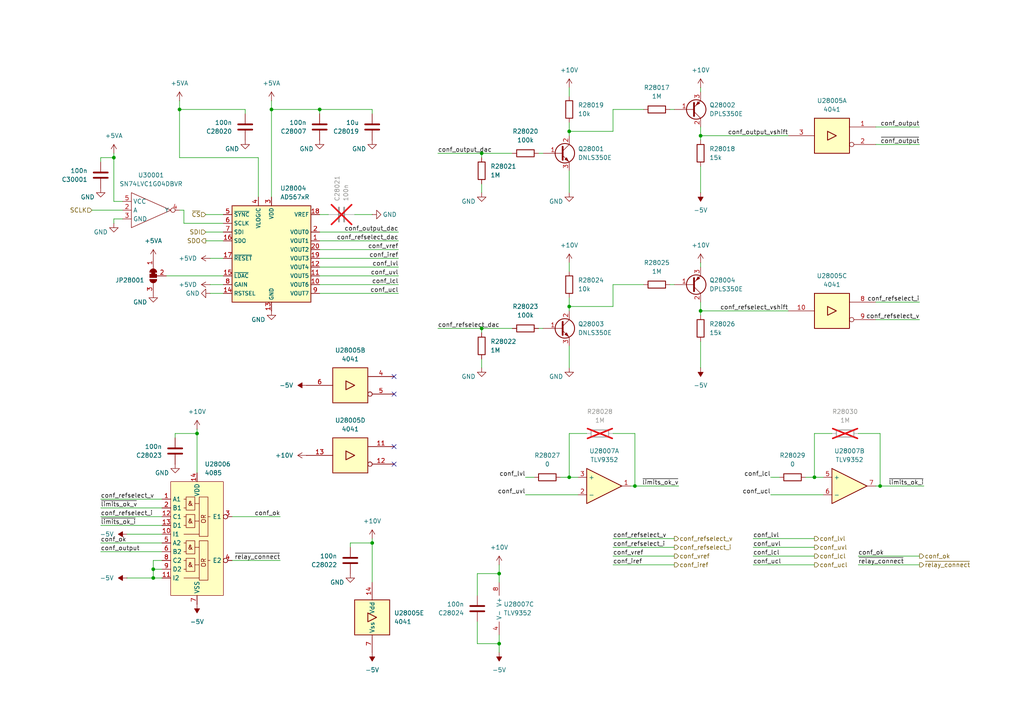
<source format=kicad_sch>
(kicad_sch (version 20231120) (generator "eeschema") (generator_version "8.0")
  (paper "A4")
  (title_block (title "Power Supply Sink") (date "2024-12-02") (rev "0.10.1") (company "Open Battery Tester") (comment 1 "Configuration"))
  (lib_symbols
    (symbol "Jumper:SolderJumper_3_Bridged12" (pin_names (offset 0) hide) (exclude_from_sim yes) (in_bom no)
      (property "Reference" "JP" (at -2.54 -2.54 0))
      (property "Value" "SolderJumper_3_Bridged12" (at 0 2.794 0))
      (symbol "SolderJumper_3_Bridged12_1_1"
        (pin passive line (at -5.08 0 0) (length 2.54) (name "A") (number "1"))
        (pin passive line (at 0 -3.81 90) (length 2.54) (name "C") (number "2"))
        (pin passive line (at 5.08 0 180) (length 2.54) (name "B") (number "3"))
      )
    )
    (symbol "power:+5VA" (power) (pin_numbers hide) (pin_names (offset 0) hide)
      (property "Value" "+5VA" (at 0 3.556 0))
      (symbol "+5VA_1_1"
        (pin power_in line (at 0 0 90) (length 0) (name "~") (number "1"))
      )
    )
    (symbol "power:+5VD" (power) (pin_numbers hide) (pin_names (offset 0) hide)
      (property "Value" "+5VD" (at 0 3.556 0))
      (symbol "+5VD_1_1"
        (pin power_in line (at 0 0 90) (length 0) (name "~") (number "1"))
      )
    )
    (symbol "pss:+10V" (power) (pin_numbers hide) (pin_names (offset 0) hide)
      (property "Value" "+10V" (at 0 3.556 0))
      (symbol "+10V_1_1"
        (pin power_in line (at 0 0 90) (length 0) (name "~") (number "1"))
      )
    )
    (symbol "pss:-5V" (power) (pin_numbers hide) (pin_names (offset 0) hide)
      (property "Value" "-5V" (at 0 3.556 0))
      (symbol "-5V_0_0"
        (pin power_in line (at 0 0 90) (length 0) (name "~") (number "1"))
      )
    )
    (symbol "pss:4041"
      (property "Reference" "U" (at 6.35 6.35 0))
      (property "Value" "4041" (at 6.35 -6.35 0))
      (symbol "4041_1_1"
        (pin output line (at 12.7 2.54 180) (length 7.62) (name "~") (number "1"))
        (pin output inverted (at 12.7 -2.54 180) (length 7.62) (name "~") (number "2"))
        (pin output line (at -12.7 0 0) (length 7.62) (name "~") (number "3"))
      )
      (symbol "4041_2_1"
        (pin output line (at 12.7 2.54 180) (length 7.62) (name "~") (number "4"))
        (pin output inverted (at 12.7 -2.54 180) (length 7.62) (name "~") (number "5"))
        (pin output line (at -12.7 0 0) (length 7.62) (name "~") (number "6"))
      )
      (symbol "4041_3_1"
        (pin output line (at -12.7 0 0) (length 7.62) (name "~") (number "10"))
        (pin output line (at 12.7 2.54 180) (length 7.62) (name "~") (number "8"))
        (pin output inverted (at 12.7 -2.54 180) (length 7.62) (name "~") (number "9"))
      )
      (symbol "4041_4_1"
        (pin output line (at 12.7 2.54 180) (length 7.62) (name "~") (number "11"))
        (pin output inverted (at 12.7 -2.54 180) (length 7.62) (name "~") (number "12"))
        (pin output line (at -12.7 0 0) (length 7.62) (name "~") (number "13"))
      )
      (symbol "4041_5_1"
        (pin power_in line (at 0 10.16 270) (length 5.08) (name "Vdd") (number "14"))
        (pin power_in line (at 0 -10.16 90) (length 5.08) (name "Vss") (number "7"))
      )
    )
    (symbol "pss:4085"
      (property "Reference" "U" (at 3.175 20.955 0))
      (property "Value" "4085" (at 5.08 18.415 0))
      (symbol "4085_0_0"
        (pin input line (at -10.16 11.43 0) (length 2.54) (name "A1") (number "1"))
        (pin input line (at -10.16 1.27 0) (length 2.54) (name "I1") (number "10"))
        (pin input line (at -10.16 -11.43 0) (length 2.54) (name "I2") (number "11"))
        (pin input line (at -10.16 6.35 0) (length 2.54) (name "C1") (number "12"))
        (pin input line (at -10.16 3.81 0) (length 2.54) (name "D1") (number "13"))
        (pin power_in line (at 0 19.05 270) (length 2.54) (name "VDD") (number "14"))
        (pin input line (at -10.16 8.89 0) (length 2.54) (name "B1") (number "2"))
        (pin output inverted (at 10.16 -6.35 180) (length 2.54) (name "E2") (number "4"))
        (pin input line (at -10.16 -1.27 0) (length 2.54) (name "A2") (number "5"))
        (pin input line (at -10.16 -3.81 0) (length 2.54) (name "B2") (number "6"))
        (pin power_in line (at 0 -19.05 90) (length 2.54) (name "VSS") (number "7"))
        (pin input line (at -10.16 -6.35 0) (length 2.54) (name "C2") (number "8"))
        (pin input line (at -10.16 -8.89 0) (length 2.54) (name "D2") (number "9"))
      )
      (symbol "4085_1_0"
        (pin output inverted (at 10.16 6.35 180) (length 2.54) (name "E1") (number "3"))
      )
      (symbol "4085_1_1"
        (text "&" (at -1.905 -7.62 0) (effects (font (size 1.27 1.27))))
        (text "&" (at -1.905 -2.54 0) (effects (font (size 1.27 1.27))))
        (text "&" (at -1.905 5.08 0) (effects (font (size 1.27 1.27))))
        (text "&" (at -1.905 10.16 0) (effects (font (size 1.27 1.27))))
        (text "OR" (at 1.905 -6.985 900) (effects (font (size 1.27 1.27))))
        (text "OR" (at 1.905 5.715 900) (effects (font (size 1.27 1.27))))
      )
    )
    (symbol "pss:AD567xR"
      (property "Reference" "U" (at 2.54 19.05 0))
      (property "Value" "AD567xR" (at 2.54 16.51 0))
      (symbol "AD567xR_1_0"
        (pin input line (at -13.97 -1.27 0) (length 2.54) (name "~{RESET}") (number "17"))
        (pin bidirectional line (at 13.97 11.43 180) (length 2.54) (name "VREF") (number "18"))
        (pin output line (at 13.97 -1.27 180) (length 2.54) (name "VOUT3") (number "19"))
        (pin output line (at 13.97 1.27 180) (length 2.54) (name "VOUT2") (number "20"))
      )
      (symbol "AD567xR_1_1"
        (pin output line (at 13.97 3.81 180) (length 2.54) (name "VOUT1") (number "1"))
        (pin output line (at 13.97 -8.89 180) (length 2.54) (name "VOUT6") (number "10"))
        (pin output line (at 13.97 -6.35 180) (length 2.54) (name "VOUT5") (number "11"))
        (pin output line (at 13.97 -3.81 180) (length 2.54) (name "VOUT4") (number "12"))
        (pin power_in line (at 0 -16.51 90) (length 2.54) (name "GND") (number "13"))
        (pin input line (at -13.97 -11.43 0) (length 2.54) (name "RSTSEL") (number "14"))
        (pin input line (at -13.97 -6.35 0) (length 2.54) (name "~{LDAC}") (number "15"))
        (pin output line (at -13.97 3.81 0) (length 2.54) (name "SDO") (number "16"))
        (pin output line (at 13.97 6.35 180) (length 2.54) (name "VOUT0") (number "2"))
        (pin power_in line (at 0 16.51 270) (length 2.54) (name "VDD") (number "3"))
        (pin power_in line (at -3.81 16.51 270) (length 2.54) (name "VLOGIC") (number "4"))
        (pin input line (at -13.97 11.43 0) (length 2.54) (name "~{SYNC}") (number "5"))
        (pin input line (at -13.97 8.89 0) (length 2.54) (name "SCLK") (number "6"))
        (pin input line (at -13.97 6.35 0) (length 2.54) (name "SDI") (number "7"))
        (pin input line (at -13.97 -8.89 0) (length 2.54) (name "GAIN") (number "8"))
        (pin output line (at 13.97 -11.43 180) (length 2.54) (name "VOUT7") (number "9"))
      )
    )
    (symbol "pss:C" (pin_numbers hide) (pin_names (offset 0.254))
      (property "Reference" "C" (at 0.635 2.54 0))
      (property "Value" "C" (at 0.635 -2.54 0))
      (symbol "C_1_1"
        (pin passive line (at 0 3.81 270) (length 2.794) (name "~") (number "1"))
        (pin passive line (at 0 -3.81 90) (length 2.794) (name "~") (number "2"))
      )
    )
    (symbol "pss:GND" (power) (pin_numbers hide) (pin_names (offset 0) hide)
      (property "Value" "GND" (at 0 -3.81 0))
      (symbol "GND_1_1"
        (pin power_in line (at 0 0 270) (length 0) (name "~") (number "1"))
      )
    )
    (symbol "pss:Opamp_Dual"
      (property "Reference" "U" (at 0 5.08 0))
      (property "Value" "Opamp_Dual" (at 0 -5.08 0))
      (symbol "Opamp_Dual_1_1"
        (pin output line (at 7.62 0 180) (length 2.54) (name "~") (number "1"))
        (pin input line (at -7.62 -2.54 0) (length 2.54) (name "-") (number "2"))
        (pin input line (at -7.62 2.54 0) (length 2.54) (name "+") (number "3"))
      )
      (symbol "Opamp_Dual_2_1"
        (pin input line (at -7.62 2.54 0) (length 2.54) (name "+") (number "5"))
        (pin input line (at -7.62 -2.54 0) (length 2.54) (name "-") (number "6"))
        (pin output line (at 7.62 0 180) (length 2.54) (name "~") (number "7"))
      )
      (symbol "Opamp_Dual_3_1"
        (pin power_in line (at -2.54 -7.62 90) (length 3.81) (name "V-") (number "4"))
        (pin power_in line (at -2.54 7.62 270) (length 3.81) (name "V+") (number "8"))
      )
    )
    (symbol "pss:Q_NPN_BCE" (pin_names (offset 0) hide)
      (property "Reference" "Q" (at 5.08 1.27 0))
      (property "Value" "Q_NPN_BCE" (at 5.08 -1.27 0))
      (symbol "Q_NPN_BCE_1_1"
        (pin input line (at -5.08 0 0) (length 5.715) (name "B") (number "1"))
        (pin passive line (at 2.54 5.08 270) (length 2.54) (name "C") (number "2"))
        (pin passive line (at 2.54 -5.08 90) (length 2.54) (name "E") (number "3"))
      )
    )
    (symbol "pss:Q_PNP_BCE" (pin_names (offset 0) hide)
      (property "Reference" "Q" (at 5.08 1.27 0))
      (property "Value" "Q_PNP_BCE" (at 5.08 -1.27 0))
      (symbol "Q_PNP_BCE_1_1"
        (pin input line (at -5.08 0 0) (length 5.715) (name "B") (number "1"))
        (pin passive line (at 2.54 5.08 270) (length 2.54) (name "C") (number "2"))
        (pin passive line (at 2.54 -5.08 90) (length 2.54) (name "E") (number "3"))
      )
    )
    (symbol "pss:R" (pin_numbers hide) (pin_names (offset 0))
      (property "Reference" "R" (at 2.032 0 90))
      (property "Value" "R" (at 0 0 90))
      (symbol "R_1_1"
        (pin passive line (at 0 3.81 270) (length 1.27) (name "~") (number "1"))
        (pin passive line (at 0 -3.81 90) (length 1.27) (name "~") (number "2"))
      )
    )
    (symbol "pss:SN74LVC1G04DBVR"
      (property "Reference" "U" (at 0 5.08 0))
      (property "Value" "SN74LVC1G04DBVR" (at 0 -7.62 0))
      (symbol "SN74LVC1G04DBVR_0_0"
        (pin no_connect non_logic (at 2.54 0 180) (length 2.54) hide (name "NC") (number "1"))
        (pin input line (at -7.62 0 0) (length 2.54) (name "A") (number "2"))
        (pin power_in line (at -7.62 -2.54 0) (length 2.54) (name "GND") (number "3"))
        (pin output inverted (at 8.89 0 180) (length 2.54) (name "Y") (number "4"))
        (pin power_in line (at -7.62 2.54 0) (length 2.54) (name "VCC") (number "5"))
      )
    )
  )
  (junction (at 139.7 95.25))
  (junction (at 139.7 44.45))
  (junction (at 44.45 165.1))
  (junction (at 78.74 31.75))
  (junction (at 255.27 140.97))
  (junction (at 165.1 88.9))
  (junction (at 92.71 31.75))
  (junction (at 107.95 157.48))
  (junction (at 44.45 167.64))
  (junction (at 203.2 39.37))
  (junction (at 203.2 90.17))
  (junction (at 33.02 45.72))
  (junction (at 236.22 138.43))
  (junction (at 57.15 125.73))
  (junction (at 144.78 166.37))
  (junction (at 144.78 186.69))
  (junction (at 165.1 138.43))
  (junction (at 52.07 31.75))
  (junction (at 165.1 38.1))
  (junction (at 184.15 140.97))
  (no_connect (at 114.3 129.54))
  (no_connect (at 114.3 114.3))
  (no_connect (at 114.3 109.22))
  (no_connect (at 114.3 134.62))
  (wire (pts (xy 33.02 64.77) (xy 33.02 63.5)))
  (wire (pts (xy 138.43 186.69) (xy 144.78 186.69)))
  (wire (pts (xy 165.1 138.43) (xy 167.64 138.43)))
  (wire (pts (xy 203.2 90.17) (xy 203.2 91.44)))
  (wire (pts (xy 139.7 96.52) (xy 139.7 95.25)))
  (wire (pts (xy 195.58 161.29) (xy 177.8 161.29)))
  (wire (pts (xy 165.1 38.1) (xy 165.1 39.37)))
  (wire (pts (xy 52.07 31.75) (xy 52.07 29.21)))
  (wire (pts (xy 182.88 140.97) (xy 184.15 140.97)))
  (wire (pts (xy 60.96 82.55) (xy 64.77 82.55)))
  (wire (pts (xy 165.1 25.4) (xy 165.1 27.94)))
  (wire (pts (xy 195.58 82.55) (xy 194.31 82.55)))
  (wire (pts (xy 195.58 156.21) (xy 177.8 156.21)))
  (wire (pts (xy 241.3 125.73) (xy 236.22 125.73)))
  (wire (pts (xy 236.22 138.43) (xy 238.76 138.43)))
  (wire (pts (xy 29.21 45.72) (xy 33.02 45.72)))
  (wire (pts (xy 156.21 95.25) (xy 157.48 95.25)))
  (wire (pts (xy 78.74 29.21) (xy 78.74 31.75)))
  (wire (pts (xy 78.74 31.75) (xy 78.74 57.15)))
  (wire (pts (xy 29.21 152.4) (xy 46.99 152.4)))
  (wire (pts (xy 203.2 87.63) (xy 203.2 90.17)))
  (wire (pts (xy 67.31 162.56) (xy 81.28 162.56)))
  (wire (pts (xy 46.99 162.56) (xy 44.45 162.56)))
  (wire (pts (xy 92.71 85.09) (xy 115.57 85.09)))
  (wire (pts (xy 203.2 36.83) (xy 203.2 39.37)))
  (wire (pts (xy 92.71 74.93) (xy 115.57 74.93)))
  (wire (pts (xy 152.4 143.51) (xy 167.64 143.51)))
  (wire (pts (xy 203.2 39.37) (xy 228.6 39.37)))
  (wire (pts (xy 139.7 106.68) (xy 139.7 104.14)))
  (wire (pts (xy 203.2 76.2) (xy 203.2 77.47)))
  (wire (pts (xy 165.1 76.2) (xy 165.1 78.74)))
  (wire (pts (xy 92.71 31.75) (xy 92.71 33.02)))
  (wire (pts (xy 127 95.25) (xy 139.7 95.25)))
  (wire (pts (xy 165.1 125.73) (xy 165.1 138.43)))
  (wire (pts (xy 36.83 167.64) (xy 44.45 167.64)))
  (wire (pts (xy 138.43 166.37) (xy 144.78 166.37)))
  (wire (pts (xy 44.45 165.1) (xy 46.99 165.1)))
  (wire (pts (xy 92.71 62.23) (xy 95.25 62.23)))
  (wire (pts (xy 26.67 60.96) (xy 35.56 60.96)))
  (wire (pts (xy 139.7 45.72) (xy 139.7 44.45)))
  (wire (pts (xy 156.21 44.45) (xy 157.48 44.45)))
  (wire (pts (xy 165.1 49.53) (xy 165.1 55.88)))
  (wire (pts (xy 36.83 154.94) (xy 46.99 154.94)))
  (wire (pts (xy 266.7 41.91) (xy 254 41.91)))
  (wire (pts (xy 33.02 63.5) (xy 35.56 63.5)))
  (wire (pts (xy 177.8 38.1) (xy 165.1 38.1)))
  (wire (pts (xy 127 44.45) (xy 139.7 44.45)))
  (wire (pts (xy 139.7 55.88) (xy 139.7 53.34)))
  (wire (pts (xy 184.15 125.73) (xy 184.15 140.97)))
  (wire (pts (xy 29.21 157.48) (xy 46.99 157.48)))
  (wire (pts (xy 102.87 62.23) (xy 107.95 62.23)))
  (wire (pts (xy 170.18 125.73) (xy 165.1 125.73)))
  (wire (pts (xy 92.71 77.47) (xy 115.57 77.47)))
  (wire (pts (xy 44.45 162.56) (xy 44.45 165.1)))
  (wire (pts (xy 195.58 158.75) (xy 177.8 158.75)))
  (wire (pts (xy 107.95 156.21) (xy 107.95 157.48)))
  (wire (pts (xy 203.2 39.37) (xy 203.2 40.64)))
  (wire (pts (xy 44.45 167.64) (xy 46.99 167.64)))
  (wire (pts (xy 255.27 125.73) (xy 255.27 140.97)))
  (wire (pts (xy 236.22 158.75) (xy 218.44 158.75)))
  (wire (pts (xy 177.8 31.75) (xy 177.8 38.1)))
  (wire (pts (xy 78.74 31.75) (xy 92.71 31.75)))
  (wire (pts (xy 107.95 168.91) (xy 107.95 157.48)))
  (wire (pts (xy 195.58 163.83) (xy 177.8 163.83)))
  (wire (pts (xy 67.31 149.86) (xy 81.28 149.86)))
  (wire (pts (xy 59.69 62.23) (xy 64.77 62.23)))
  (wire (pts (xy 255.27 140.97) (xy 267.97 140.97)))
  (wire (pts (xy 107.95 157.48) (xy 101.6 157.48)))
  (wire (pts (xy 186.69 31.75) (xy 177.8 31.75)))
  (wire (pts (xy 101.6 157.48) (xy 101.6 158.75)))
  (wire (pts (xy 107.95 33.02) (xy 107.95 31.75)))
  (wire (pts (xy 152.4 138.43) (xy 154.94 138.43)))
  (wire (pts (xy 138.43 180.34) (xy 138.43 186.69)))
  (wire (pts (xy 57.15 125.73) (xy 57.15 137.16)))
  (wire (pts (xy 144.78 186.69) (xy 144.78 189.23)))
  (wire (pts (xy 138.43 172.72) (xy 138.43 166.37)))
  (wire (pts (xy 266.7 163.83) (xy 248.92 163.83)))
  (wire (pts (xy 144.78 166.37) (xy 144.78 168.91)))
  (wire (pts (xy 266.7 161.29) (xy 248.92 161.29)))
  (wire (pts (xy 33.02 58.42) (xy 35.56 58.42)))
  (wire (pts (xy 203.2 48.26) (xy 203.2 55.88)))
  (wire (pts (xy 92.71 31.75) (xy 107.95 31.75)))
  (wire (pts (xy 48.26 80.01) (xy 64.77 80.01)))
  (wire (pts (xy 177.8 125.73) (xy 184.15 125.73)))
  (wire (pts (xy 50.8 125.73) (xy 50.8 127)))
  (wire (pts (xy 162.56 138.43) (xy 165.1 138.43)))
  (wire (pts (xy 165.1 88.9) (xy 165.1 90.17)))
  (wire (pts (xy 266.7 92.71) (xy 254 92.71)))
  (wire (pts (xy 33.02 45.72) (xy 33.02 58.42)))
  (wire (pts (xy 92.71 69.85) (xy 115.57 69.85)))
  (wire (pts (xy 29.21 144.78) (xy 46.99 144.78)))
  (wire (pts (xy 139.7 95.25) (xy 148.59 95.25)))
  (wire (pts (xy 165.1 35.56) (xy 165.1 38.1)))
  (wire (pts (xy 29.21 149.86) (xy 46.99 149.86)))
  (wire (pts (xy 184.15 140.97) (xy 196.85 140.97)))
  (wire (pts (xy 266.7 87.63) (xy 254 87.63)))
  (wire (pts (xy 29.21 147.32) (xy 46.99 147.32)))
  (wire (pts (xy 57.15 125.73) (xy 50.8 125.73)))
  (wire (pts (xy 203.2 90.17) (xy 228.6 90.17)))
  (wire (pts (xy 53.34 60.96) (xy 53.34 64.77)))
  (wire (pts (xy 71.12 33.02) (xy 71.12 31.75)))
  (wire (pts (xy 236.22 161.29) (xy 218.44 161.29)))
  (wire (pts (xy 144.78 184.15) (xy 144.78 186.69)))
  (wire (pts (xy 203.2 99.06) (xy 203.2 106.68)))
  (wire (pts (xy 52.07 31.75) (xy 71.12 31.75)))
  (wire (pts (xy 29.21 46.99) (xy 29.21 45.72)))
  (wire (pts (xy 60.96 74.93) (xy 64.77 74.93)))
  (wire (pts (xy 59.69 69.85) (xy 64.77 69.85)))
  (wire (pts (xy 165.1 86.36) (xy 165.1 88.9)))
  (wire (pts (xy 139.7 44.45) (xy 148.59 44.45)))
  (wire (pts (xy 266.7 36.83) (xy 254 36.83)))
  (wire (pts (xy 52.07 45.72) (xy 52.07 31.75)))
  (wire (pts (xy 64.77 85.09) (xy 60.96 85.09)))
  (wire (pts (xy 92.71 72.39) (xy 115.57 72.39)))
  (wire (pts (xy 254 140.97) (xy 255.27 140.97)))
  (wire (pts (xy 44.45 165.1) (xy 44.45 167.64)))
  (wire (pts (xy 236.22 156.21) (xy 218.44 156.21)))
  (wire (pts (xy 177.8 82.55) (xy 177.8 88.9)))
  (wire (pts (xy 144.78 163.83) (xy 144.78 166.37)))
  (wire (pts (xy 29.21 160.02) (xy 46.99 160.02)))
  (wire (pts (xy 92.71 67.31) (xy 115.57 67.31)))
  (wire (pts (xy 177.8 88.9) (xy 165.1 88.9)))
  (wire (pts (xy 248.92 125.73) (xy 255.27 125.73)))
  (wire (pts (xy 59.69 67.31) (xy 64.77 67.31)))
  (wire (pts (xy 223.52 138.43) (xy 226.06 138.43)))
  (wire (pts (xy 53.34 60.96) (xy 52.07 60.96)))
  (wire (pts (xy 92.71 80.01) (xy 115.57 80.01)))
  (wire (pts (xy 186.69 82.55) (xy 177.8 82.55)))
  (wire (pts (xy 203.2 25.4) (xy 203.2 26.67)))
  (wire (pts (xy 74.93 45.72) (xy 74.93 57.15)))
  (wire (pts (xy 195.58 31.75) (xy 194.31 31.75)))
  (wire (pts (xy 236.22 125.73) (xy 236.22 138.43)))
  (wire (pts (xy 57.15 124.46) (xy 57.15 125.73)))
  (wire (pts (xy 233.68 138.43) (xy 236.22 138.43)))
  (wire (pts (xy 33.02 44.45) (xy 33.02 45.72)))
  (wire (pts (xy 74.93 45.72) (xy 52.07 45.72)))
  (wire (pts (xy 92.71 82.55) (xy 115.57 82.55)))
  (wire (pts (xy 223.52 143.51) (xy 238.76 143.51)))
  (wire (pts (xy 53.34 64.77) (xy 64.77 64.77)))
  (wire (pts (xy 236.22 163.83) (xy 218.44 163.83)))
  (wire (pts (xy 165.1 100.33) (xy 165.1 106.68)))
  (label "conf_refselect_dac" (at 115.57 69.85 180))
  (label "conf_iref" (at 115.57 74.93 180))
  (label "conf_lvl" (at 152.4 138.43 180))
  (label "~{limits_ok_v}" (at 196.85 140.97 180))
  (label "conf_lcl" (at 115.57 82.55 180))
  (label "conf_refselect_i" (at 266.7 87.63 180))
  (label "conf_output_vshift" (at 228.6 39.37 180))
  (label "conf_ucl" (at 218.44 163.83 0))
  (label "conf_output" (at 266.7 36.83 180))
  (label "conf_uvl" (at 152.4 143.51 180))
  (label "~{limits_ok_i}" (at 29.21 152.4 0))
  (label "conf_uvl" (at 115.57 80.01 180))
  (label "conf_ok" (at 29.21 157.48 0))
  (label "conf_ok" (at 248.92 161.29 0))
  (label "~{relay_connect}" (at 248.92 163.83 0))
  (label "conf_ucl" (at 223.52 143.51 180))
  (label "conf_lcl" (at 223.52 138.43 180))
  (label "conf_output" (at 29.21 160.02 0))
  (label "conf_refselect_vshift" (at 228.6 90.17 180))
  (label "conf_lvl" (at 218.44 156.21 0))
  (label "conf_refselect_v" (at 177.8 156.21 0))
  (label "conf_uvl" (at 218.44 158.75 0))
  (label "~{limits_ok_v}" (at 29.21 147.32 0))
  (label "conf_output_dac" (at 115.57 67.31 180))
  (label "conf_ok" (at 81.28 149.86 180))
  (label "conf_iref" (at 177.8 163.83 0))
  (label "conf_vref" (at 177.8 161.29 0))
  (label "~{relay_connect}" (at 81.28 162.56 180))
  (label "conf_lvl" (at 115.57 77.47 180))
  (label "conf_refselect_v" (at 29.21 144.78 0))
  (label "conf_vref" (at 115.57 72.39 180))
  (label "conf_refselect_i" (at 29.21 149.86 0))
  (label "~{conf_output}" (at 266.7 41.91 180))
  (label "conf_ucl" (at 115.57 85.09 180))
  (label "conf_output_dac" (at 127 44.45 0))
  (label "~{limits_ok_i}" (at 267.97 140.97 180))
  (label "conf_lcl" (at 218.44 161.29 0))
  (label "conf_refselect_v" (at 266.7 92.71 180))
  (label "conf_refselect_dac" (at 127 95.25 0))
  (label "conf_refselect_i" (at 177.8 158.75 0))
  (hierarchical_label "~{relay_connect}" (shape output) (at 266.7 163.83 0))
  (hierarchical_label "SDO" (shape output) (at 59.69 69.85 180))
  (hierarchical_label "conf_iref" (shape output) (at 195.58 163.83 0))
  (hierarchical_label "conf_ucl" (shape output) (at 236.22 163.83 0))
  (hierarchical_label "~{CS}" (shape input) (at 59.69 62.23 180))
  (hierarchical_label "conf_uvl" (shape output) (at 236.22 158.75 0))
  (hierarchical_label "conf_lcl" (shape output) (at 236.22 161.29 0))
  (hierarchical_label "SCLK" (shape input) (at 26.67 60.96 180))
  (hierarchical_label "SDI" (shape input) (at 59.69 67.31 180))
  (hierarchical_label "conf_lvl" (shape output) (at 236.22 156.21 0))
  (hierarchical_label "conf_refselect_v" (shape output) (at 195.58 156.21 0))
  (hierarchical_label "conf_vref" (shape output) (at 195.58 161.29 0))
  (hierarchical_label "conf_ok" (shape output) (at 266.7 161.29 0))
  (hierarchical_label "conf_refselect_i" (shape output) (at 195.58 158.75 0))
  (symbol (lib_id "pss:SN74LVC1G04DBVR") (at 43.18 60.96 0) (unit 1)
    (property "Reference" "U30001" (at 43.815 50.8 0))
    (property "Value" "SN74LVC1G04DBVR" (at 43.815 53.34 0))
    (property "Footprint" "Package_TO_SOT_SMD:SOT-23-5_HandSoldering" (effects (hide yes)))
    (property "Datasheet" "https://www.ti.com/lit/ds/symlink/sn74lvc1g04.pdf" (effects (hide yes)))
    (property "Description" "Inverter" (effects (hide yes)))
    (property "MPN" "SN74LVC1G04DBVR" (effects (hide yes)))
    (property "VPN" "595-SN74LVC1G04DBVR" (effects (hide yes)))
  )
  (symbol (lib_id "power:+5VA") (at 33.02 44.45 0) (unit 1)
    (property "Reference" "#PWR030001" (effects (hide yes)))
    (property "Value" "+5VA" (at 33.02 39.37 0))
    (property "Description" "Power symbol creates a global label with name \"+5VA\"" (effects (hide yes)))
  )
  (symbol (lib_id "pss:GND") (at 92.71 40.64 0) (unit 1)
    (property "Reference" "#PWR028032" (effects (hide yes)))
    (property "Value" "GND" (at 88.9 43.18 0))
    (property "Description" "Power symbol creates a global label with name \"GND\" , ground" (effects (hide yes)))
  )
  (symbol (lib_id "pss:Q_NPN_BCE") (at 162.56 44.45 0) (unit 1)
    (property "Reference" "Q28001" (at 167.64 43.1799 0) (effects (justify left)))
    (property "Value" "DNLS350E" (at 167.64 45.7199 0) (effects (justify left)))
    (property "Footprint" "Package_TO_SOT_SMD:SOT-223-3_TabPin2" (effects (hide yes)))
    (property "Datasheet" "https://www.diodes.com/assets/Datasheets/ds31231.pdf" (effects (hide yes)))
    (property "Description" "NPN transistor, base/collector/emitter" (effects (hide yes)))
    (property "MPN" "DNLS350E-13" (effects (hide yes)))
    (property "VPN" "621-DNLS350E-13" (effects (hide yes)))
  )
  (symbol (lib_id "pss:4041") (at 107.95 179.07 0) (unit 5)
    (property "Reference" "U28005" (at 114.3 177.7999 0) (effects (justify left)))
    (property "Value" "4041" (at 114.3 180.3399 0) (effects (justify left)))
    (property "Footprint" "Package_SO:SOIC-14_3.9x8.7mm_P1.27mm" (effects (hide yes)))
    (property "Datasheet" "https://www.ti.com/lit/ds/symlink/cd4041ub.pdf" (effects (hide yes)))
    (property "MPN" "CD4041UBM96" (effects (hide yes)))
    (property "VPN" "595-CD4041UBM96" (effects (hide yes)))
  )
  (symbol (lib_id "pss:-5V") (at 144.78 189.23 180) (unit 1)
    (property "Reference" "#PWR028062" (effects (hide yes)))
    (property "Value" "-5V" (at 144.78 194.31 0))
    (property "Description" "Power symbol creates a global label with name \"-5V\"" (effects (hide yes)))
  )
  (symbol (lib_id "pss:-5V") (at 88.9 111.76 90) (unit 1)
    (property "Reference" "#PWR028056" (effects (hide yes)))
    (property "Value" "-5V" (at 85.09 111.7599 90) (effects (justify left)))
    (property "Description" "Power symbol creates a global label with name \"-5V\"" (effects (hide yes)))
  )
  (symbol (lib_id "pss:GND") (at 101.6 166.37 0) (unit 1)
    (property "Reference" "#PWR028042" (effects (hide yes)))
    (property "Value" "GND" (at 97.79 168.91 0))
    (property "Description" "Power symbol creates a global label with name \"GND\" , ground" (effects (hide yes)))
  )
  (symbol (lib_id "pss:C") (at 107.95 36.83 180) (unit 1)
    (property "Reference" "C28019" (at 104.14 38.1001 0) (effects (justify left)))
    (property "Value" "10u" (at 104.14 35.5601 0) (effects (justify left)))
    (property "Footprint" "Capacitor_SMD:C_1210_3225Metric_Pad1.33x2.70mm_HandSolder" (effects (hide yes)))
    (property "Datasheet" "https://www.mouser.de/datasheet/2/447/KEM_C1002_X7R_SMD-3316098.pdf" (effects (hide yes)))
    (property "Description" "Unpolarized capacitor" (effects (hide yes)))
    (property "MPN" "C1210C106K3RACTU" (effects (hide yes)))
    (property "VPN" "80-C1210C106K3R" (effects (hide yes)))
  )
  (symbol (lib_id "pss:R") (at 173.99 125.73 90) (unit 1) (in_bom no) (dnp yes)
    (property "Reference" "R28028" (at 173.99 119.38 90))
    (property "Value" "1M" (at 173.99 121.92 90))
    (property "Footprint" "Resistor_SMD:R_1210_3225Metric_Pad1.30x2.65mm_HandSolder" (effects (hide yes)))
    (property "Datasheet" "https://www.mouser.de/datasheet/2/447/YAGEO_PYu_RC_Group_51_RoHS_L_12-3313492.pdf" (effects (hide yes)))
    (property "Description" "Resistor" (effects (hide yes)))
    (property "MPN" "RC1210FR-071ML" (effects (hide yes)))
    (property "VPN" "603-RC1210FR-071ML" (effects (hide yes)))
  )
  (symbol (lib_id "pss:C") (at 50.8 130.81 180) (unit 1)
    (property "Reference" "C28023" (at 46.99 132.0801 0) (effects (justify left)))
    (property "Value" "100n" (at 46.99 129.5401 0) (effects (justify left)))
    (property "Footprint" "Capacitor_SMD:C_0805_2012Metric_Pad1.18x1.45mm_HandSolder" (effects (hide yes)))
    (property "Datasheet" "https://www.mouser.de/datasheet/2/447/KEM_C1002_X7R_SMD-3316098.pdf" (effects (hide yes)))
    (property "Description" "Unpolarized capacitor" (effects (hide yes)))
    (property "MPN" "C0805C104K3RACTU" (effects (hide yes)))
    (property "VPN" "80-C0805C104K3R" (effects (hide yes)))
  )
  (symbol (lib_id "power:+5VA") (at 44.45 74.93 0) (unit 1)
    (property "Reference" "#PWR028036" (effects (hide yes)))
    (property "Value" "+5VA" (at 44.45 69.85 0))
    (property "Description" "Power symbol creates a global label with name \"+5VA\"" (effects (hide yes)))
  )
  (symbol (lib_id "pss:R") (at 190.5 82.55 90) (unit 1)
    (property "Reference" "R28025" (at 190.5 76.2 90))
    (property "Value" "1M" (at 190.5 78.74 90))
    (property "Footprint" "Resistor_SMD:R_1210_3225Metric_Pad1.30x2.65mm_HandSolder" (effects (hide yes)))
    (property "Datasheet" "https://www.mouser.de/datasheet/2/447/YAGEO_PYu_RC_Group_51_RoHS_L_12-3313492.pdf" (effects (hide yes)))
    (property "Description" "Resistor" (effects (hide yes)))
    (property "MPN" "RC1210FR-071ML" (effects (hide yes)))
    (property "VPN" "603-RC1210FR-071ML" (effects (hide yes)))
  )
  (symbol (lib_id "pss:GND") (at 29.21 54.61 0) (unit 1)
    (property "Reference" "#PWR030003" (effects (hide yes)))
    (property "Value" "GND" (at 25.4 57.15 0))
    (property "Description" "Power symbol creates a global label with name \"GND\" , ground" (effects (hide yes)))
  )
  (symbol (lib_id "pss:4041") (at 101.6 132.08 0) (unit 4)
    (property "Reference" "U28005" (at 101.6 121.92 0))
    (property "Value" "4041" (at 101.6 124.46 0))
    (property "Footprint" "Package_SO:SOIC-14_3.9x8.7mm_P1.27mm" (effects (hide yes)))
    (property "Datasheet" "https://www.ti.com/lit/ds/symlink/cd4041ub.pdf" (effects (hide yes)))
    (property "MPN" "CD4041UBM96" (effects (hide yes)))
    (property "VPN" "595-CD4041UBM96" (effects (hide yes)))
  )
  (symbol (lib_id "pss:GND") (at 44.45 85.09 0) (unit 1)
    (property "Reference" "#PWR028038" (effects (hide yes)))
    (property "Value" "GND" (at 40.64 87.63 0))
    (property "Description" "Power symbol creates a global label with name \"GND\" , ground" (effects (hide yes)))
  )
  (symbol (lib_id "pss:Opamp_Dual") (at 147.32 176.53 0) (unit 3)
    (property "Reference" "U28007" (at 146.05 175.2599 0) (effects (justify left)))
    (property "Value" "TLV9352" (at 146.05 177.7999 0) (effects (justify left)))
    (property "Footprint" "Package_SO:SOIC-8_3.9x4.9mm_P1.27mm" (effects (hide yes)))
    (property "Datasheet" "https://www.ti.com/lit/ds/symlink/tlv9352.pdf" (effects (hide yes)))
    (property "Description" "Dual operational amplifier" (effects (hide yes)))
    (property "Sim.Library" "${KICAD7_SYMBOL_DIR}/Simulation_SPICE.sp" (effects (hide yes)))
    (property "Sim.Name" "kicad_builtin_opamp_dual" (effects (hide yes)))
    (property "Sim.Device" "SUBCKT" (effects (hide yes)))
    (property "Sim.Pins" "1=out1 2=in1- 3=in1+ 4=vee 5=in2+ 6=in2- 7=out2 8=vcc" (effects (hide yes)))
    (property "MPN" "TLV9352IDR" (effects (hide yes)))
    (property "VPN" "595-TLV9352IDR" (effects (hide yes)))
  )
  (symbol (lib_id "pss:C") (at 71.12 36.83 180) (unit 1)
    (property "Reference" "C28020" (at 67.31 38.1001 0) (effects (justify left)))
    (property "Value" "100n" (at 67.31 35.5601 0) (effects (justify left)))
    (property "Footprint" "Capacitor_SMD:C_0805_2012Metric_Pad1.18x1.45mm_HandSolder" (effects (hide yes)))
    (property "Datasheet" "https://www.mouser.de/datasheet/2/447/KEM_C1002_X7R_SMD-3316098.pdf" (effects (hide yes)))
    (property "Description" "Unpolarized capacitor" (effects (hide yes)))
    (property "MPN" "C0805C104K3RACTU" (effects (hide yes)))
    (property "VPN" "80-C0805C104K3R" (effects (hide yes)))
  )
  (symbol (lib_id "pss:GND") (at 107.95 62.23 90) (unit 1)
    (property "Reference" "#PWR028039" (effects (hide yes)))
    (property "Value" "GND" (at 113.03 62.23 90))
    (property "Description" "Power symbol creates a global label with name \"GND\" , ground" (effects (hide yes)))
  )
  (symbol (lib_id "pss:R") (at 152.4 44.45 90) (unit 1)
    (property "Reference" "R28020" (at 152.4 38.1 90))
    (property "Value" "100k" (at 152.4 40.64 90))
    (property "Footprint" "Resistor_SMD:R_1210_3225Metric_Pad1.30x2.65mm_HandSolder" (effects (hide yes)))
    (property "Datasheet" "https://www.mouser.de/datasheet/2/447/YAGEO_PYu_RC_Group_51_RoHS_L_12-3313492.pdf" (effects (hide yes)))
    (property "Description" "Resistor" (effects (hide yes)))
    (property "MPN" "RC1210FR-07100KL" (effects (hide yes)))
    (property "VPN" "603-RC1210FR-07100KL" (effects (hide yes)))
  )
  (symbol (lib_id "pss:GND") (at 107.95 40.64 0) (unit 1)
    (property "Reference" "#PWR028033" (effects (hide yes)))
    (property "Value" "GND" (at 104.14 43.18 0))
    (property "Description" "Power symbol creates a global label with name \"GND\" , ground" (effects (hide yes)))
  )
  (symbol (lib_id "pss:4041") (at 241.3 39.37 0) (unit 1)
    (property "Reference" "U28005" (at 241.3 29.21 0))
    (property "Value" "4041" (at 241.3 31.75 0))
    (property "Footprint" "Package_SO:SOIC-14_3.9x8.7mm_P1.27mm" (effects (hide yes)))
    (property "Datasheet" "https://www.ti.com/lit/ds/symlink/cd4041ub.pdf" (effects (hide yes)))
    (property "MPN" "CD4041UBM96" (effects (hide yes)))
    (property "VPN" "595-CD4041UBM96" (effects (hide yes)))
  )
  (symbol (lib_id "pss:-5V") (at 107.95 189.23 180) (unit 1)
    (property "Reference" "#PWR028054" (effects (hide yes)))
    (property "Value" "-5V" (at 107.95 194.31 0))
    (property "Description" "Power symbol creates a global label with name \"-5V\"" (effects (hide yes)))
  )
  (symbol (lib_id "pss:Q_PNP_BCE") (at 200.66 82.55 0) (mirror x) (unit 1)
    (property "Reference" "Q28004" (at 205.74 81.2799 0) (effects (justify left)))
    (property "Value" "DPLS350E" (at 205.74 83.8199 0) (effects (justify left)))
    (property "Footprint" "Package_TO_SOT_SMD:SOT-223-3_TabPin2" (effects (hide yes)))
    (property "Datasheet" "https://www.diodes.com/assets/Datasheets/ds31230.pdf" (effects (hide yes)))
    (property "Description" "PNP transistor, base/collector/emitter" (effects (hide yes)))
    (property "MPN" "DPLS350E-13" (effects (hide yes)))
    (property "VPN" "621-DPLS350E-13" (effects (hide yes)))
  )
  (symbol (lib_id "pss:R") (at 165.1 82.55 180) (unit 1)
    (property "Reference" "R28024" (at 167.64 81.2799 0) (effects (justify right)))
    (property "Value" "10k" (at 167.64 83.8199 0) (effects (justify right)))
    (property "Footprint" "Resistor_SMD:R_1210_3225Metric_Pad1.30x2.65mm_HandSolder" (effects (hide yes)))
    (property "Datasheet" "https://www.mouser.de/datasheet/2/447/YAGEO_PYu_RC_Group_51_RoHS_L_12-3313492.pdf" (effects (hide yes)))
    (property "Description" "Resistor" (effects (hide yes)))
    (property "MPN" "RC1210FR-0710KL" (effects (hide yes)))
    (property "VPN" "603-RC1210FR-0710KL" (effects (hide yes)))
  )
  (symbol (lib_id "pss:-5V") (at 36.83 167.64 90) (unit 1)
    (property "Reference" "#PWR028060" (effects (hide yes)))
    (property "Value" "-5V" (at 33.02 167.6399 90) (effects (justify left)))
    (property "Description" "Power symbol creates a global label with name \"-5V\"" (effects (hide yes)))
  )
  (symbol (lib_id "pss:GND") (at 165.1 55.88 0) (unit 1)
    (property "Reference" "#PWR028041" (effects (hide yes)))
    (property "Value" "GND" (at 161.29 58.42 0))
    (property "Description" "Power symbol creates a global label with name \"GND\" , ground" (effects (hide yes)))
  )
  (symbol (lib_id "pss:+10V") (at 88.9 132.08 90) (unit 1)
    (property "Reference" "#PWR028055" (effects (hide yes)))
    (property "Value" "+10V" (at 85.09 132.0799 90) (effects (justify left)))
    (property "Description" "Power symbol creates a global label with name \"+10V\"" (effects (hide yes)))
  )
  (symbol (lib_id "power:+5VD") (at 60.96 82.55 90) (unit 1)
    (property "Reference" "#PWR028034" (effects (hide yes)))
    (property "Value" "+5VD" (at 57.15 82.5499 90) (effects (justify left)))
    (property "Description" "Power symbol creates a global label with name \"+5VD\"" (effects (hide yes)))
  )
  (symbol (lib_id "pss:+10V") (at 165.1 25.4 0) (unit 1)
    (property "Reference" "#PWR028045" (effects (hide yes)))
    (property "Value" "+10V" (at 165.1 20.32 0))
    (property "Description" "Power symbol creates a global label with name \"+10V\"" (effects (hide yes)))
  )
  (symbol (lib_id "pss:R") (at 139.7 49.53 180) (unit 1)
    (property "Reference" "R28021" (at 142.24 48.2599 0) (effects (justify right)))
    (property "Value" "1M" (at 142.24 50.7999 0) (effects (justify right)))
    (property "Footprint" "Resistor_SMD:R_1210_3225Metric_Pad1.30x2.65mm_HandSolder" (effects (hide yes)))
    (property "Datasheet" "https://www.mouser.de/datasheet/2/447/YAGEO_PYu_RC_Group_51_RoHS_L_12-3313492.pdf" (effects (hide yes)))
    (property "Description" "Resistor" (effects (hide yes)))
    (property "MPN" "RC1210FR-071ML" (effects (hide yes)))
    (property "VPN" "603-RC1210FR-071ML" (effects (hide yes)))
  )
  (symbol (lib_id "pss:4041") (at 101.6 111.76 0) (unit 2)
    (property "Reference" "U28005" (at 101.6 101.6 0))
    (property "Value" "4041" (at 101.6 104.14 0))
    (property "Footprint" "Package_SO:SOIC-14_3.9x8.7mm_P1.27mm" (effects (hide yes)))
    (property "Datasheet" "https://www.ti.com/lit/ds/symlink/cd4041ub.pdf" (effects (hide yes)))
    (property "MPN" "CD4041UBM96" (effects (hide yes)))
    (property "VPN" "595-CD4041UBM96" (effects (hide yes)))
  )
  (symbol (lib_id "pss:R") (at 139.7 100.33 180) (unit 1)
    (property "Reference" "R28022" (at 142.24 99.0599 0) (effects (justify right)))
    (property "Value" "1M" (at 142.24 101.5999 0) (effects (justify right)))
    (property "Footprint" "Resistor_SMD:R_1210_3225Metric_Pad1.30x2.65mm_HandSolder" (effects (hide yes)))
    (property "Datasheet" "https://www.mouser.de/datasheet/2/447/YAGEO_PYu_RC_Group_51_RoHS_L_12-3313492.pdf" (effects (hide yes)))
    (property "Description" "Resistor" (effects (hide yes)))
    (property "MPN" "RC1210FR-071ML" (effects (hide yes)))
    (property "VPN" "603-RC1210FR-071ML" (effects (hide yes)))
  )
  (symbol (lib_id "pss:GND") (at 139.7 106.68 0) (unit 1)
    (property "Reference" "#PWR028049" (effects (hide yes)))
    (property "Value" "GND" (at 135.89 109.22 0))
    (property "Description" "Power symbol creates a global label with name \"GND\" , ground" (effects (hide yes)))
  )
  (symbol (lib_id "pss:Q_PNP_BCE") (at 200.66 31.75 0) (mirror x) (unit 1)
    (property "Reference" "Q28002" (at 205.74 30.4799 0) (effects (justify left)))
    (property "Value" "DPLS350E" (at 205.74 33.0199 0) (effects (justify left)))
    (property "Footprint" "Package_TO_SOT_SMD:SOT-223-3_TabPin2" (effects (hide yes)))
    (property "Datasheet" "https://www.diodes.com/assets/Datasheets/ds31230.pdf" (effects (hide yes)))
    (property "Description" "PNP transistor, base/collector/emitter" (effects (hide yes)))
    (property "MPN" "DPLS350E-13" (effects (hide yes)))
    (property "VPN" "621-DPLS350E-13" (effects (hide yes)))
  )
  (symbol (lib_id "power:+5VA") (at 52.07 29.21 0) (unit 1)
    (property "Reference" "#PWR028030" (effects (hide yes)))
    (property "Value" "+5VA" (at 52.07 24.13 0))
    (property "Description" "Power symbol creates a global label with name \"+5VA\"" (effects (hide yes)))
  )
  (symbol (lib_id "pss:R") (at 203.2 95.25 0) (unit 1)
    (property "Reference" "R28026" (at 205.74 93.9799 0) (effects (justify left)))
    (property "Value" "15k" (at 205.74 96.5199 0) (effects (justify left)))
    (property "Footprint" "Resistor_SMD:R_1210_3225Metric_Pad1.30x2.65mm_HandSolder" (effects (hide yes)))
    (property "Datasheet" "https://www.mouser.de/datasheet/2/447/YAGEO_PYu_RC_Group_51_RoHS_L_12-3313492.pdf" (effects (hide yes)))
    (property "Description" "Resistor" (effects (hide yes)))
    (property "MPN" "RC1210FR-0715KL" (effects (hide yes)))
    (property "VPN" "603-RC1210FR-0715KL" (effects (hide yes)))
  )
  (symbol (lib_id "pss:-5V") (at 203.2 106.68 180) (unit 1)
    (property "Reference" "#PWR028053" (effects (hide yes)))
    (property "Value" "-5V" (at 203.2 111.76 0))
    (property "Description" "Power symbol creates a global label with name \"-5V\"" (effects (hide yes)))
  )
  (symbol (lib_id "pss:GND") (at 78.74 90.17 0) (unit 1)
    (property "Reference" "#PWR028035" (effects (hide yes)))
    (property "Value" "GND" (at 74.93 92.71 0))
    (property "Description" "Power symbol creates a global label with name \"GND\" , ground" (effects (hide yes)))
  )
  (symbol (lib_id "pss:C") (at 99.06 62.23 90) (unit 1) (dnp yes)
    (property "Reference" "C28021" (at 97.7899 58.42 0) (effects (justify left)))
    (property "Value" "100n" (at 100.3299 58.42 0) (effects (justify left)))
    (property "Footprint" "Capacitor_SMD:C_0805_2012Metric_Pad1.18x1.45mm_HandSolder" (effects (hide yes)))
    (property "Datasheet" "https://www.mouser.de/datasheet/2/447/KEM_C1002_X7R_SMD-3316098.pdf" (effects (hide yes)))
    (property "Description" "Unpolarized capacitor" (effects (hide yes)))
    (property "MPN" "C0805C104K3RACTU" (effects (hide yes)))
    (property "VPN" "80-C0805C104K3R" (effects (hide yes)))
  )
  (symbol (lib_id "pss:C") (at 29.21 50.8 180) (unit 1)
    (property "Reference" "C30001" (at 25.4 52.0701 0) (effects (justify left)))
    (property "Value" "100n" (at 25.4 49.5301 0) (effects (justify left)))
    (property "Footprint" "Capacitor_SMD:C_0805_2012Metric_Pad1.18x1.45mm_HandSolder" (effects (hide yes)))
    (property "Datasheet" "https://www.mouser.de/datasheet/2/447/KEM_C1002_X7R_SMD-3316098.pdf" (effects (hide yes)))
    (property "Description" "Unpolarized capacitor" (effects (hide yes)))
    (property "MPN" "C0805C104K3RACTU" (effects (hide yes)))
    (property "VPN" "80-C0805C104K3R" (effects (hide yes)))
  )
  (symbol (lib_id "pss:AD567xR") (at 78.74 73.66 0) (unit 1)
    (property "Reference" "U28004" (at 81.28 54.61 0) (effects (justify left)))
    (property "Value" "AD567xR" (at 81.28 57.15 0) (effects (justify left)))
    (property "Footprint" "Package_SO:TSSOP-20_4.4x6.5mm_P0.65mm" (effects (hide yes)))
    (property "Datasheet" "https://www.analog.com/media/en/technical-documentation/data-sheets/ad5672r_5676r.pdf" (effects (hide yes)))
    (property "Description" "Octal, 12-/16-Bit nanoDAC+ with 2 ppm/°C Reference, SPI Interface" (effects (hide yes)))
    (property "MPN" "AD5672RBRUZ" (effects (hide yes)))
    (property "VPN" "584-AD5672RBRUZ" (effects (hide yes)))
  )
  (symbol (lib_id "pss:GND") (at 71.12 40.64 0) (unit 1)
    (property "Reference" "#PWR028031" (effects (hide yes)))
    (property "Value" "GND" (at 67.31 43.18 0))
    (property "Description" "Power symbol creates a global label with name \"GND\" , ground" (effects (hide yes)))
  )
  (symbol (lib_id "pss:Opamp_Dual") (at 175.26 140.97 0) (unit 1)
    (property "Reference" "U28007" (at 175.26 130.81 0))
    (property "Value" "TLV9352" (at 175.26 133.35 0))
    (property "Footprint" "Package_SO:SOIC-8_3.9x4.9mm_P1.27mm" (effects (hide yes)))
    (property "Datasheet" "https://www.ti.com/lit/ds/symlink/tlv9352.pdf" (effects (hide yes)))
    (property "Description" "Dual operational amplifier" (effects (hide yes)))
    (property "Sim.Library" "${KICAD7_SYMBOL_DIR}/Simulation_SPICE.sp" (effects (hide yes)))
    (property "Sim.Name" "kicad_builtin_opamp_dual" (effects (hide yes)))
    (property "Sim.Device" "SUBCKT" (effects (hide yes)))
    (property "Sim.Pins" "1=out1 2=in1- 3=in1+ 4=vee 5=in2+ 6=in2- 7=out2 8=vcc" (effects (hide yes)))
    (property "MPN" "TLV9352IDR" (effects (hide yes)))
    (property "VPN" "595-TLV9352IDR" (effects (hide yes)))
  )
  (symbol (lib_id "power:+5VA") (at 78.74 29.21 0) (unit 1)
    (property "Reference" "#PWR028028" (effects (hide yes)))
    (property "Value" "+5VA" (at 78.74 24.13 0))
    (property "Description" "Power symbol creates a global label with name \"+5VA\"" (effects (hide yes)))
  )
  (symbol (lib_id "pss:Opamp_Dual") (at 246.38 140.97 0) (unit 2)
    (property "Reference" "U28007" (at 246.38 130.81 0))
    (property "Value" "TLV9352" (at 246.38 133.35 0))
    (property "Footprint" "Package_SO:SOIC-8_3.9x4.9mm_P1.27mm" (effects (hide yes)))
    (property "Datasheet" "https://www.ti.com/lit/ds/symlink/tlv9352.pdf" (effects (hide yes)))
    (property "Description" "Dual operational amplifier" (effects (hide yes)))
    (property "Sim.Library" "${KICAD7_SYMBOL_DIR}/Simulation_SPICE.sp" (effects (hide yes)))
    (property "Sim.Name" "kicad_builtin_opamp_dual" (effects (hide yes)))
    (property "Sim.Device" "SUBCKT" (effects (hide yes)))
    (property "Sim.Pins" "1=out1 2=in1- 3=in1+ 4=vee 5=in2+ 6=in2- 7=out2 8=vcc" (effects (hide yes)))
    (property "MPN" "TLV9352IDR" (effects (hide yes)))
    (property "VPN" "595-TLV9352IDR" (effects (hide yes)))
  )
  (symbol (lib_id "pss:+10V") (at 165.1 76.2 0) (unit 1)
    (property "Reference" "#PWR028050" (effects (hide yes)))
    (property "Value" "+10V" (at 165.1 71.12 0))
    (property "Description" "Power symbol creates a global label with name \"+10V\"" (effects (hide yes)))
  )
  (symbol (lib_id "pss:-5V") (at 36.83 154.94 90) (unit 1)
    (property "Reference" "#PWR028059" (effects (hide yes)))
    (property "Value" "-5V" (at 33.02 154.9399 90) (effects (justify left)))
    (property "Description" "Power symbol creates a global label with name \"-5V\"" (effects (hide yes)))
  )
  (symbol (lib_id "pss:GND") (at 165.1 106.68 0) (unit 1)
    (property "Reference" "#PWR028051" (effects (hide yes)))
    (property "Value" "GND" (at 161.29 109.22 0))
    (property "Description" "Power symbol creates a global label with name \"GND\" , ground" (effects (hide yes)))
  )
  (symbol (lib_id "pss:+10V") (at 203.2 76.2 0) (unit 1)
    (property "Reference" "#PWR028052" (effects (hide yes)))
    (property "Value" "+10V" (at 203.2 71.12 0))
    (property "Description" "Power symbol creates a global label with name \"+10V\"" (effects (hide yes)))
  )
  (symbol (lib_id "pss:GND") (at 33.02 64.77 0) (unit 1)
    (property "Reference" "#PWR030002" (effects (hide yes)))
    (property "Value" "GND" (at 29.21 67.31 0))
    (property "Description" "Power symbol creates a global label with name \"GND\" , ground" (effects (hide yes)))
  )
  (symbol (lib_id "pss:C") (at 138.43 176.53 180) (unit 1)
    (property "Reference" "C28024" (at 134.62 177.8001 0) (effects (justify left)))
    (property "Value" "100n" (at 134.62 175.2601 0) (effects (justify left)))
    (property "Footprint" "Capacitor_SMD:C_0805_2012Metric_Pad1.18x1.45mm_HandSolder" (effects (hide yes)))
    (property "Datasheet" "https://www.mouser.de/datasheet/2/447/KEM_C1002_X7R_SMD-3316098.pdf" (effects (hide yes)))
    (property "Description" "Unpolarized capacitor" (effects (hide yes)))
    (property "MPN" "C0805C104K3RACTU" (effects (hide yes)))
    (property "VPN" "80-C0805C104K3R" (effects (hide yes)))
  )
  (symbol (lib_id "pss:+10V") (at 107.95 156.21 0) (unit 1)
    (property "Reference" "#PWR028044" (effects (hide yes)))
    (property "Value" "+10V" (at 107.95 151.13 0))
    (property "Description" "Power symbol creates a global label with name \"+10V\"" (effects (hide yes)))
  )
  (symbol (lib_id "power:+5VD") (at 60.96 74.93 90) (unit 1)
    (property "Reference" "#PWR028037" (effects (hide yes)))
    (property "Value" "+5VD" (at 57.15 74.9299 90) (effects (justify left)))
    (property "Description" "Power symbol creates a global label with name \"+5VD\"" (effects (hide yes)))
  )
  (symbol (lib_id "pss:C") (at 101.6 162.56 180) (unit 1)
    (property "Reference" "C28022" (at 97.79 163.8301 0) (effects (justify left)))
    (property "Value" "100n" (at 97.79 161.2901 0) (effects (justify left)))
    (property "Footprint" "Capacitor_SMD:C_0805_2012Metric_Pad1.18x1.45mm_HandSolder" (effects (hide yes)))
    (property "Datasheet" "https://www.mouser.de/datasheet/2/447/KEM_C1002_X7R_SMD-3316098.pdf" (effects (hide yes)))
    (property "Description" "Unpolarized capacitor" (effects (hide yes)))
    (property "MPN" "C0805C104K3RACTU" (effects (hide yes)))
    (property "VPN" "80-C0805C104K3R" (effects (hide yes)))
  )
  (symbol (lib_id "pss:-5V") (at 57.15 175.26 180) (unit 1)
    (property "Reference" "#PWR028058" (effects (hide yes)))
    (property "Value" "-5V" (at 57.15 180.34 0))
    (property "Description" "Power symbol creates a global label with name \"-5V\"" (effects (hide yes)))
  )
  (symbol (lib_id "pss:Q_NPN_BCE") (at 162.56 95.25 0) (unit 1)
    (property "Reference" "Q28003" (at 167.64 93.9799 0) (effects (justify left)))
    (property "Value" "DNLS350E" (at 167.64 96.5199 0) (effects (justify left)))
    (property "Footprint" "Package_TO_SOT_SMD:SOT-223-3_TabPin2" (effects (hide yes)))
    (property "Datasheet" "https://www.diodes.com/assets/Datasheets/ds31231.pdf" (effects (hide yes)))
    (property "Description" "NPN transistor, base/collector/emitter" (effects (hide yes)))
    (property "MPN" "DNLS350E-13" (effects (hide yes)))
    (property "VPN" "621-DNLS350E-13" (effects (hide yes)))
  )
  (symbol (lib_id "pss:C") (at 92.71 36.83 180) (unit 1)
    (property "Reference" "C28007" (at 88.9 38.1001 0) (effects (justify left)))
    (property "Value" "100n" (at 88.9 35.5601 0) (effects (justify left)))
    (property "Footprint" "Capacitor_SMD:C_0805_2012Metric_Pad1.18x1.45mm_HandSolder" (effects (hide yes)))
    (property "Datasheet" "https://www.mouser.de/datasheet/2/447/KEM_C1002_X7R_SMD-3316098.pdf" (effects (hide yes)))
    (property "Description" "Unpolarized capacitor" (effects (hide yes)))
    (property "MPN" "C0805C104K3RACTU" (effects (hide yes)))
    (property "VPN" "80-C0805C104K3R" (effects (hide yes)))
  )
  (symbol (lib_id "pss:R") (at 245.11 125.73 90) (unit 1) (in_bom no) (dnp yes)
    (property "Reference" "R28030" (at 245.11 119.38 90))
    (property "Value" "1M" (at 245.11 121.92 90))
    (property "Footprint" "Resistor_SMD:R_1210_3225Metric_Pad1.30x2.65mm_HandSolder" (effects (hide yes)))
    (property "Datasheet" "https://www.mouser.de/datasheet/2/447/YAGEO_PYu_RC_Group_51_RoHS_L_12-3313492.pdf" (effects (hide yes)))
    (property "Description" "Resistor" (effects (hide yes)))
    (property "MPN" "RC1210FR-071ML" (effects (hide yes)))
    (property "VPN" "603-RC1210FR-071ML" (effects (hide yes)))
  )
  (symbol (lib_id "pss:R") (at 165.1 31.75 180) (unit 1)
    (property "Reference" "R28019" (at 167.64 30.4799 0) (effects (justify right)))
    (property "Value" "10k" (at 167.64 33.0199 0) (effects (justify right)))
    (property "Footprint" "Resistor_SMD:R_1210_3225Metric_Pad1.30x2.65mm_HandSolder" (effects (hide yes)))
    (property "Datasheet" "https://www.mouser.de/datasheet/2/447/YAGEO_PYu_RC_Group_51_RoHS_L_12-3313492.pdf" (effects (hide yes)))
    (property "Description" "Resistor" (effects (hide yes)))
    (property "MPN" "RC1210FR-0710KL" (effects (hide yes)))
    (property "VPN" "603-RC1210FR-0710KL" (effects (hide yes)))
  )
  (symbol (lib_id "pss:4085") (at 57.15 156.21 0) (unit 1)
    (property "Reference" "U28006" (at 59.3441 134.62 0) (effects (justify left)))
    (property "Value" "4085" (at 59.3441 137.16 0) (effects (justify left)))
    (property "Footprint" "Package_SO:SOIC-14_3.9x8.7mm_P1.27mm" (effects (hide yes)))
    (property "Datasheet" "https://www.ti.com/lit/ds/symlink/cd4085b.pdf" (effects (hide yes)))
    (property "Description" "2-Input AND-OR-INVERT Gate, AOI" (effects (hide yes)))
    (property "MPN" "CD4085BM" (effects (hide yes)))
    (property "VPN" "595-CD4085BM" (effects (hide yes)))
  )
  (symbol (lib_id "pss:R") (at 158.75 138.43 90) (unit 1)
    (property "Reference" "R28027" (at 158.75 132.08 90))
    (property "Value" "0" (at 158.75 134.62 90))
    (property "Footprint" "Resistor_SMD:R_1210_3225Metric_Pad1.30x2.65mm_HandSolder" (effects (hide yes)))
    (property "Datasheet" "https://www.mouser.de/datasheet/2/447/YAGEO_PYu_RC_Group_51_RoHS_L_12-3313492.pdf" (effects (hide yes)))
    (property "Description" "Resistor" (effects (hide yes)))
    (property "MPN" "RC1210JR-070RL" (effects (hide yes)))
    (property "VPN" "603-RC1210JR-070RL" (effects (hide yes)))
  )
  (symbol (lib_id "pss:+10V") (at 203.2 25.4 0) (unit 1)
    (property "Reference" "#PWR028047" (effects (hide yes)))
    (property "Value" "+10V" (at 203.2 20.32 0))
    (property "Description" "Power symbol creates a global label with name \"+10V\"" (effects (hide yes)))
  )
  (symbol (lib_id "pss:+10V") (at 144.78 163.83 0) (unit 1)
    (property "Reference" "#PWR028061" (effects (hide yes)))
    (property "Value" "+10V" (at 144.78 158.75 0))
    (property "Description" "Power symbol creates a global label with name \"+10V\"" (effects (hide yes)))
  )
  (symbol (lib_id "pss:GND") (at 139.7 55.88 0) (unit 1)
    (property "Reference" "#PWR028048" (effects (hide yes)))
    (property "Value" "GND" (at 135.89 58.42 0))
    (property "Description" "Power symbol creates a global label with name \"GND\" , ground" (effects (hide yes)))
  )
  (symbol (lib_id "Jumper:SolderJumper_3_Bridged12") (at 44.45 80.01 90) (mirror x) (unit 1) (exclude_from_sim yes) (in_bom no)
    (property "Reference" "JP28001" (at 41.91 81.2801 90) (effects (justify left)))
    (property "Value" "SolderJumper_3_Bridged12" (effects (hide yes)))
    (property "Description" "3-pole Solder Jumper, pins 1+2 closed/bridged" (effects (hide yes)))
  )
  (symbol (lib_id "pss:R") (at 203.2 44.45 0) (unit 1)
    (property "Reference" "R28018" (at 205.74 43.1799 0) (effects (justify left)))
    (property "Value" "15k" (at 205.74 45.7199 0) (effects (justify left)))
    (property "Footprint" "Resistor_SMD:R_1210_3225Metric_Pad1.30x2.65mm_HandSolder" (effects (hide yes)))
    (property "Datasheet" "https://www.mouser.de/datasheet/2/447/YAGEO_PYu_RC_Group_51_RoHS_L_12-3313492.pdf" (effects (hide yes)))
    (property "Description" "Resistor" (effects (hide yes)))
    (property "MPN" "RC1210FR-0715KL" (effects (hide yes)))
    (property "VPN" "603-RC1210FR-0715KL" (effects (hide yes)))
  )
  (symbol (lib_id "pss:GND") (at 60.96 85.09 270) (unit 1)
    (property "Reference" "#PWR028040" (effects (hide yes)))
    (property "Value" "GND" (at 55.88 85.09 90))
    (property "Description" "Power symbol creates a global label with name \"GND\" , ground" (effects (hide yes)))
  )
  (symbol (lib_id "pss:R") (at 229.87 138.43 90) (unit 1)
    (property "Reference" "R28029" (at 229.87 132.08 90))
    (property "Value" "0" (at 229.87 134.62 90))
    (property "Footprint" "Resistor_SMD:R_1210_3225Metric_Pad1.30x2.65mm_HandSolder" (effects (hide yes)))
    (property "Datasheet" "https://www.mouser.de/datasheet/2/447/YAGEO_PYu_RC_Group_51_RoHS_L_12-3313492.pdf" (effects (hide yes)))
    (property "Description" "Resistor" (effects (hide yes)))
    (property "MPN" "RC1210JR-070RL" (effects (hide yes)))
    (property "VPN" "603-RC1210JR-070RL" (effects (hide yes)))
  )
  (symbol (lib_id "pss:-5V") (at 203.2 55.88 180) (unit 1)
    (property "Reference" "#PWR028046" (effects (hide yes)))
    (property "Value" "-5V" (at 203.2 60.96 0))
    (property "Description" "Power symbol creates a global label with name \"-5V\"" (effects (hide yes)))
  )
  (symbol (lib_id "pss:R") (at 152.4 95.25 90) (unit 1)
    (property "Reference" "R28023" (at 152.4 88.9 90))
    (property "Value" "100k" (at 152.4 91.44 90))
    (property "Footprint" "Resistor_SMD:R_1210_3225Metric_Pad1.30x2.65mm_HandSolder" (effects (hide yes)))
    (property "Datasheet" "https://www.mouser.de/datasheet/2/447/YAGEO_PYu_RC_Group_51_RoHS_L_12-3313492.pdf" (effects (hide yes)))
    (property "Description" "Resistor" (effects (hide yes)))
    (property "MPN" "RC1210FR-07100KL" (effects (hide yes)))
    (property "VPN" "603-RC1210FR-07100KL" (effects (hide yes)))
  )
  (symbol (lib_id "pss:R") (at 190.5 31.75 90) (unit 1)
    (property "Reference" "R28017" (at 190.5 25.4 90))
    (property "Value" "1M" (at 190.5 27.94 90))
    (property "Footprint" "Resistor_SMD:R_1210_3225Metric_Pad1.30x2.65mm_HandSolder" (effects (hide yes)))
    (property "Datasheet" "https://www.mouser.de/datasheet/2/447/YAGEO_PYu_RC_Group_51_RoHS_L_12-3313492.pdf" (effects (hide yes)))
    (property "Description" "Resistor" (effects (hide yes)))
    (property "MPN" "RC1210FR-071ML" (effects (hide yes)))
    (property "VPN" "603-RC1210FR-071ML" (effects (hide yes)))
  )
  (symbol (lib_id "pss:GND") (at 50.8 134.62 0) (unit 1)
    (property "Reference" "#PWR028043" (effects (hide yes)))
    (property "Value" "GND" (at 46.99 137.16 0))
    (property "Description" "Power symbol creates a global label with name \"GND\" , ground" (effects (hide yes)))
  )
  (symbol (lib_id "pss:4041") (at 241.3 90.17 0) (unit 3)
    (property "Reference" "U28005" (at 241.3 80.01 0))
    (property "Value" "4041" (at 241.3 82.55 0))
    (property "Footprint" "Package_SO:SOIC-14_3.9x8.7mm_P1.27mm" (effects (hide yes)))
    (property "Datasheet" "https://www.ti.com/lit/ds/symlink/cd4041ub.pdf" (effects (hide yes)))
    (property "MPN" "CD4041UBM96" (effects (hide yes)))
    (property "VPN" "595-CD4041UBM96" (effects (hide yes)))
  )
  (symbol (lib_id "pss:+10V") (at 57.15 124.46 0) (unit 1)
    (property "Reference" "#PWR028057" (effects (hide yes)))
    (property "Value" "+10V" (at 57.15 119.38 0))
    (property "Description" "Power symbol creates a global label with name \"+10V\"" (effects (hide yes)))
  )
)
</source>
